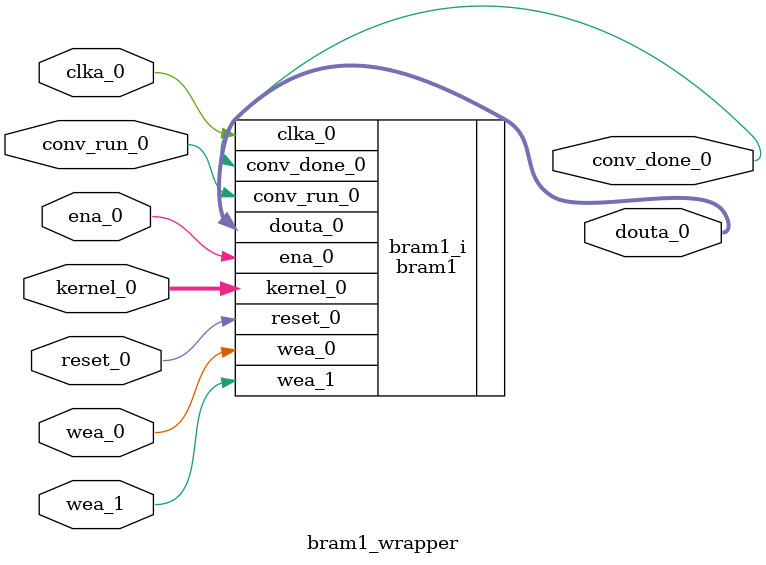
<source format=v>
`timescale 1 ps / 1 ps

module bram1_wrapper
   (clka_0,
    conv_done_0,
    conv_run_0,
    douta_0,
    ena_0,
    kernel_0,
    reset_0,
    wea_0,
    wea_1);
  input clka_0;
  output conv_done_0;
  input conv_run_0;
  output [1023:0]douta_0;
  input ena_0;
  input [80:0]kernel_0;
  input reset_0;
  input [0:0]wea_0;
  input [0:0]wea_1;

  wire clka_0;
  wire conv_done_0;
  wire conv_run_0;
  wire [1023:0]douta_0;
  wire ena_0;
  wire [80:0]kernel_0;
  wire reset_0;
  wire [0:0]wea_0;
  wire [0:0]wea_1;

  bram1 bram1_i
       (.clka_0(clka_0),
        .conv_done_0(conv_done_0),
        .conv_run_0(conv_run_0),
        .douta_0(douta_0),
        .ena_0(ena_0),
        .kernel_0(kernel_0),
        .reset_0(reset_0),
        .wea_0(wea_0),
        .wea_1(wea_1));
endmodule

</source>
